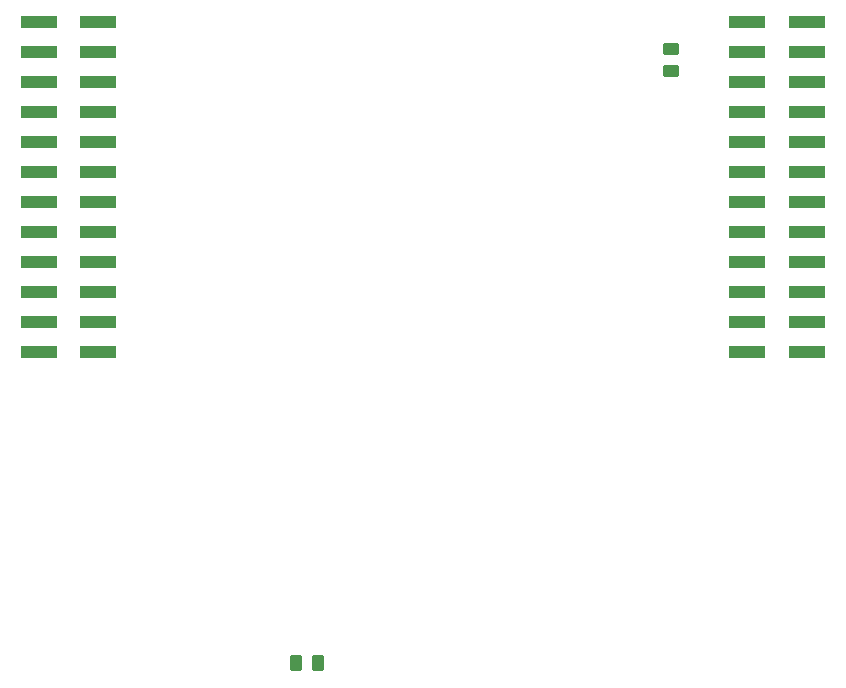
<source format=gbr>
%TF.GenerationSoftware,KiCad,Pcbnew,6.0.1*%
%TF.CreationDate,2022-02-08T14:41:29-06:00*%
%TF.ProjectId,POWER,504f5745-522e-46b6-9963-61645f706362,rev?*%
%TF.SameCoordinates,Original*%
%TF.FileFunction,Paste,Bot*%
%TF.FilePolarity,Positive*%
%FSLAX46Y46*%
G04 Gerber Fmt 4.6, Leading zero omitted, Abs format (unit mm)*
G04 Created by KiCad (PCBNEW 6.0.1) date 2022-02-08 14:41:29*
%MOMM*%
%LPD*%
G01*
G04 APERTURE LIST*
G04 Aperture macros list*
%AMRoundRect*
0 Rectangle with rounded corners*
0 $1 Rounding radius*
0 $2 $3 $4 $5 $6 $7 $8 $9 X,Y pos of 4 corners*
0 Add a 4 corners polygon primitive as box body*
4,1,4,$2,$3,$4,$5,$6,$7,$8,$9,$2,$3,0*
0 Add four circle primitives for the rounded corners*
1,1,$1+$1,$2,$3*
1,1,$1+$1,$4,$5*
1,1,$1+$1,$6,$7*
1,1,$1+$1,$8,$9*
0 Add four rect primitives between the rounded corners*
20,1,$1+$1,$2,$3,$4,$5,0*
20,1,$1+$1,$4,$5,$6,$7,0*
20,1,$1+$1,$6,$7,$8,$9,0*
20,1,$1+$1,$8,$9,$2,$3,0*%
G04 Aperture macros list end*
%ADD10R,3.150000X1.000000*%
%ADD11RoundRect,0.250000X-0.450000X0.262500X-0.450000X-0.262500X0.450000X-0.262500X0.450000X0.262500X0*%
%ADD12RoundRect,0.250000X-0.262500X-0.450000X0.262500X-0.450000X0.262500X0.450000X-0.262500X0.450000X0*%
G04 APERTURE END LIST*
D10*
%TO.C,J2*%
X105266000Y-133950000D03*
X110316000Y-133950000D03*
X105266000Y-131410000D03*
X110316000Y-131410000D03*
X105266000Y-128870000D03*
X110316000Y-128870000D03*
X105266000Y-126330000D03*
X110316000Y-126330000D03*
X105266000Y-123790000D03*
X110316000Y-123790000D03*
X105266000Y-121250000D03*
X110316000Y-121250000D03*
X105266000Y-118710000D03*
X110316000Y-118710000D03*
X105266000Y-116170000D03*
X110316000Y-116170000D03*
X105266000Y-113630000D03*
X110316000Y-113630000D03*
X105266000Y-111090000D03*
X110316000Y-111090000D03*
X105266000Y-108550000D03*
X110316000Y-108550000D03*
X105266000Y-106010000D03*
X110316000Y-106010000D03*
%TD*%
%TO.C,J4*%
X50316000Y-106010000D03*
X45266000Y-106010000D03*
X50316000Y-108550000D03*
X45266000Y-108550000D03*
X50316000Y-111090000D03*
X45266000Y-111090000D03*
X50316000Y-113630000D03*
X45266000Y-113630000D03*
X50316000Y-116170000D03*
X45266000Y-116170000D03*
X50316000Y-118710000D03*
X45266000Y-118710000D03*
X50316000Y-121250000D03*
X45266000Y-121250000D03*
X50316000Y-123790000D03*
X45266000Y-123790000D03*
X50316000Y-126330000D03*
X45266000Y-126330000D03*
X50316000Y-128870000D03*
X45266000Y-128870000D03*
X50316000Y-131410000D03*
X45266000Y-131410000D03*
X50316000Y-133950000D03*
X45266000Y-133950000D03*
%TD*%
D11*
%TO.C,R18*%
X98800000Y-108287500D03*
X98800000Y-110112500D03*
%TD*%
D12*
%TO.C,R14*%
X67087500Y-160300000D03*
X68912500Y-160300000D03*
%TD*%
M02*

</source>
